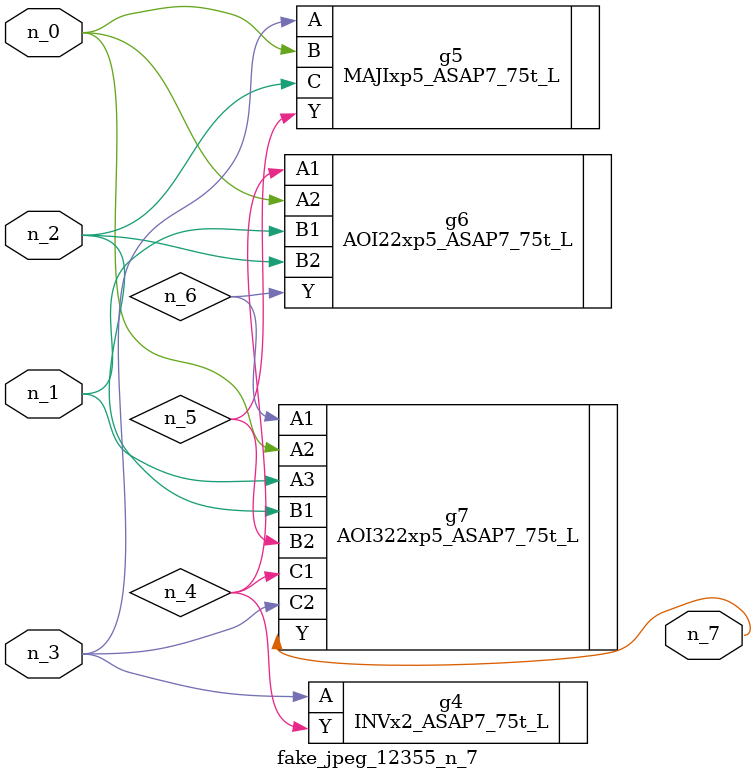
<source format=v>
module fake_jpeg_12355_n_7 (n_0, n_3, n_2, n_1, n_7);

input n_0;
input n_3;
input n_2;
input n_1;

output n_7;

wire n_4;
wire n_6;
wire n_5;

INVx2_ASAP7_75t_L g4 ( 
.A(n_3),
.Y(n_4)
);

MAJIxp5_ASAP7_75t_L g5 ( 
.A(n_3),
.B(n_0),
.C(n_2),
.Y(n_5)
);

AOI22xp5_ASAP7_75t_L g6 ( 
.A1(n_4),
.A2(n_0),
.B1(n_1),
.B2(n_2),
.Y(n_6)
);

AOI322xp5_ASAP7_75t_L g7 ( 
.A1(n_6),
.A2(n_0),
.A3(n_1),
.B1(n_2),
.B2(n_5),
.C1(n_4),
.C2(n_3),
.Y(n_7)
);


endmodule
</source>
